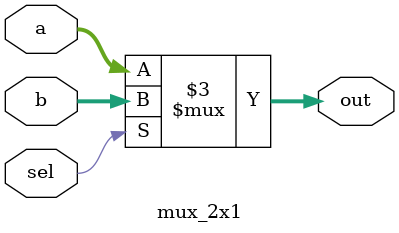
<source format=v>
`timescale 1ns / 1ps


module immediate_adder(
input [31:0]imm_in, pc_in,  
input iaddr_src_in,
input [31:0] rs_1_in, 

output reg [31:0] iaddr_out  
    );
    wire [31:0]mux_out;
    
    mux_2x1 inst(iaddr_src_in, pc_in, rs_1_in, mux_out);
    
    always@(*)
    begin 
    iaddr_out = mux_out + imm_in;    
    end
endmodule

module mux_2x1 (
    input sel,
    input [31:0]a,
    input [31:0]b,
    output reg [31:0]out
);

always @(*) begin
    
    out = (sel == 1'b0)?a:b;
  
end

endmodule

</source>
